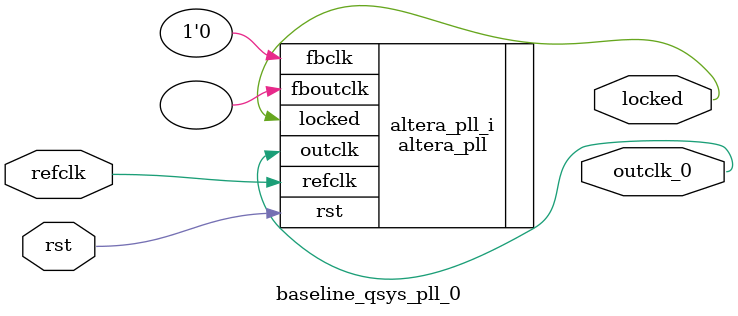
<source format=v>
`timescale 1ns/10ps
module  baseline_qsys_pll_0(

	// interface 'refclk'
	input wire refclk,

	// interface 'reset'
	input wire rst,

	// interface 'outclk0'
	output wire outclk_0,

	// interface 'locked'
	output wire locked
);

	altera_pll #(
		.fractional_vco_multiplier("false"),
		.reference_clock_frequency("50.0 MHz"),
		.operation_mode("direct"),
		.number_of_clocks(1),
		.output_clock_frequency0("150.000000 MHz"),
		.phase_shift0("0 ps"),
		.duty_cycle0(50),
		.output_clock_frequency1("0 MHz"),
		.phase_shift1("0 ps"),
		.duty_cycle1(50),
		.output_clock_frequency2("0 MHz"),
		.phase_shift2("0 ps"),
		.duty_cycle2(50),
		.output_clock_frequency3("0 MHz"),
		.phase_shift3("0 ps"),
		.duty_cycle3(50),
		.output_clock_frequency4("0 MHz"),
		.phase_shift4("0 ps"),
		.duty_cycle4(50),
		.output_clock_frequency5("0 MHz"),
		.phase_shift5("0 ps"),
		.duty_cycle5(50),
		.output_clock_frequency6("0 MHz"),
		.phase_shift6("0 ps"),
		.duty_cycle6(50),
		.output_clock_frequency7("0 MHz"),
		.phase_shift7("0 ps"),
		.duty_cycle7(50),
		.output_clock_frequency8("0 MHz"),
		.phase_shift8("0 ps"),
		.duty_cycle8(50),
		.output_clock_frequency9("0 MHz"),
		.phase_shift9("0 ps"),
		.duty_cycle9(50),
		.output_clock_frequency10("0 MHz"),
		.phase_shift10("0 ps"),
		.duty_cycle10(50),
		.output_clock_frequency11("0 MHz"),
		.phase_shift11("0 ps"),
		.duty_cycle11(50),
		.output_clock_frequency12("0 MHz"),
		.phase_shift12("0 ps"),
		.duty_cycle12(50),
		.output_clock_frequency13("0 MHz"),
		.phase_shift13("0 ps"),
		.duty_cycle13(50),
		.output_clock_frequency14("0 MHz"),
		.phase_shift14("0 ps"),
		.duty_cycle14(50),
		.output_clock_frequency15("0 MHz"),
		.phase_shift15("0 ps"),
		.duty_cycle15(50),
		.output_clock_frequency16("0 MHz"),
		.phase_shift16("0 ps"),
		.duty_cycle16(50),
		.output_clock_frequency17("0 MHz"),
		.phase_shift17("0 ps"),
		.duty_cycle17(50),
		.pll_type("General"),
		.pll_subtype("General")
	) altera_pll_i (
		.rst	(rst),
		.outclk	({outclk_0}),
		.locked	(locked),
		.fboutclk	( ),
		.fbclk	(1'b0),
		.refclk	(refclk)
	);
endmodule


</source>
